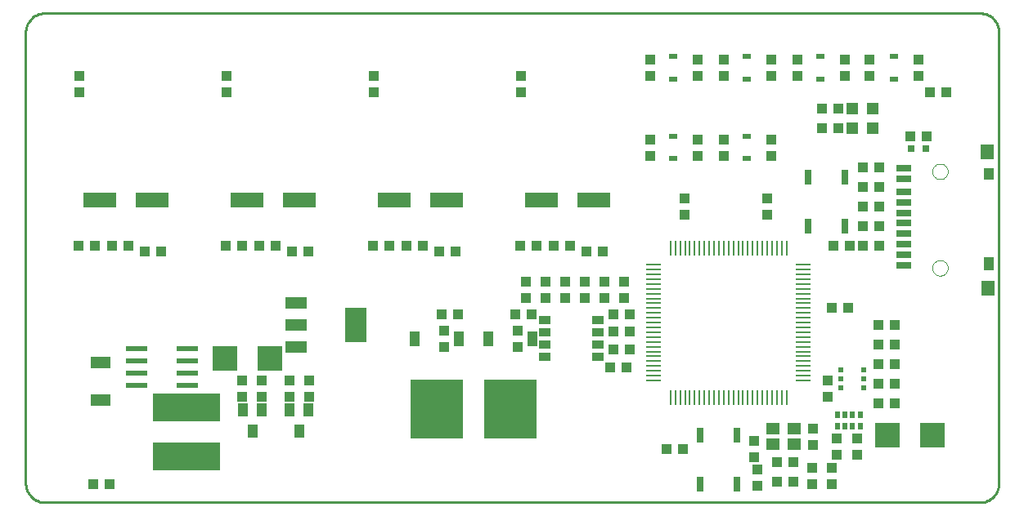
<source format=gtp>
G75*
G70*
%OFA0B0*%
%FSLAX24Y24*%
%IPPOS*%
%LPD*%
%AMOC8*
5,1,8,0,0,1.08239X$1,22.5*
%
%ADD10C,0.0100*%
%ADD11R,0.0106X0.0591*%
%ADD12R,0.0591X0.0106*%
%ADD13R,0.0551X0.0472*%
%ADD14R,0.0433X0.0394*%
%ADD15R,0.0394X0.0433*%
%ADD16R,0.0300X0.0600*%
%ADD17R,0.0197X0.0197*%
%ADD18R,0.0327X0.0248*%
%ADD19R,0.0472X0.0472*%
%ADD20R,0.1000X0.1000*%
%ADD21R,0.0315X0.0315*%
%ADD22R,0.0531X0.0591*%
%ADD23R,0.0394X0.0551*%
%ADD24R,0.0394X0.0512*%
%ADD25R,0.0591X0.0295*%
%ADD26C,0.0000*%
%ADD27R,0.1378X0.0630*%
%ADD28R,0.2126X0.2441*%
%ADD29R,0.0394X0.0630*%
%ADD30R,0.0880X0.0480*%
%ADD31R,0.0866X0.1417*%
%ADD32R,0.0197X0.0256*%
%ADD33R,0.2756X0.1122*%
%ADD34R,0.0870X0.0240*%
%ADD35R,0.0827X0.0500*%
%ADD36R,0.0450X0.0360*%
D10*
X002785Y001429D02*
X002785Y019835D01*
X002787Y019889D01*
X002792Y019942D01*
X002801Y019995D01*
X002814Y020047D01*
X002830Y020099D01*
X002850Y020149D01*
X002873Y020197D01*
X002900Y020244D01*
X002929Y020289D01*
X002962Y020332D01*
X002997Y020372D01*
X003035Y020410D01*
X003075Y020445D01*
X003118Y020478D01*
X003163Y020507D01*
X003210Y020534D01*
X003258Y020557D01*
X003308Y020577D01*
X003360Y020593D01*
X003412Y020606D01*
X003465Y020615D01*
X003518Y020620D01*
X003572Y020622D01*
X041663Y020622D01*
X041717Y020620D01*
X041770Y020615D01*
X041823Y020606D01*
X041875Y020593D01*
X041927Y020577D01*
X041977Y020557D01*
X042025Y020534D01*
X042072Y020507D01*
X042117Y020478D01*
X042160Y020445D01*
X042200Y020410D01*
X042238Y020372D01*
X042273Y020332D01*
X042306Y020289D01*
X042335Y020244D01*
X042362Y020197D01*
X042385Y020149D01*
X042405Y020099D01*
X042421Y020047D01*
X042434Y019995D01*
X042443Y019942D01*
X042448Y019889D01*
X042450Y019835D01*
X042450Y001429D01*
X042448Y001375D01*
X042443Y001322D01*
X042434Y001269D01*
X042421Y001217D01*
X042405Y001165D01*
X042385Y001115D01*
X042362Y001067D01*
X042335Y001020D01*
X042306Y000975D01*
X042273Y000932D01*
X042238Y000892D01*
X042200Y000854D01*
X042160Y000819D01*
X042117Y000786D01*
X042072Y000757D01*
X042025Y000730D01*
X041977Y000707D01*
X041927Y000687D01*
X041875Y000671D01*
X041823Y000658D01*
X041770Y000649D01*
X041717Y000644D01*
X041663Y000642D01*
X003572Y000642D01*
X003518Y000644D01*
X003465Y000649D01*
X003412Y000658D01*
X003360Y000671D01*
X003308Y000687D01*
X003258Y000707D01*
X003210Y000730D01*
X003163Y000757D01*
X003118Y000786D01*
X003075Y000819D01*
X003035Y000854D01*
X002997Y000892D01*
X002962Y000932D01*
X002929Y000975D01*
X002900Y001020D01*
X002873Y001067D01*
X002850Y001115D01*
X002830Y001165D01*
X002814Y001217D01*
X002801Y001269D01*
X002792Y001322D01*
X002787Y001375D01*
X002785Y001429D01*
D11*
X029068Y004936D03*
X029265Y004936D03*
X029461Y004936D03*
X029658Y004936D03*
X029855Y004936D03*
X030052Y004936D03*
X030249Y004936D03*
X030446Y004936D03*
X030643Y004936D03*
X030839Y004936D03*
X031036Y004936D03*
X031233Y004936D03*
X031430Y004936D03*
X031627Y004936D03*
X031824Y004936D03*
X032021Y004936D03*
X032217Y004936D03*
X032414Y004936D03*
X032611Y004936D03*
X032808Y004936D03*
X033005Y004936D03*
X033202Y004936D03*
X033399Y004936D03*
X033595Y004936D03*
X033792Y004936D03*
X033792Y011038D03*
X033595Y011038D03*
X033399Y011038D03*
X033202Y011038D03*
X033005Y011038D03*
X032808Y011038D03*
X032611Y011038D03*
X032414Y011038D03*
X032217Y011038D03*
X032021Y011038D03*
X031824Y011038D03*
X031627Y011038D03*
X031430Y011038D03*
X031233Y011038D03*
X031036Y011038D03*
X030839Y011038D03*
X030643Y011038D03*
X030446Y011038D03*
X030249Y011038D03*
X030052Y011038D03*
X029855Y011038D03*
X029658Y011038D03*
X029461Y011038D03*
X029265Y011038D03*
X029068Y011038D03*
D12*
X028379Y010350D03*
X028379Y010153D03*
X028379Y009956D03*
X028379Y009759D03*
X028379Y009562D03*
X028379Y009365D03*
X028379Y009168D03*
X028379Y008972D03*
X028379Y008775D03*
X028379Y008578D03*
X028379Y008381D03*
X028379Y008184D03*
X028379Y007987D03*
X028379Y007790D03*
X028379Y007594D03*
X028379Y007397D03*
X028379Y007200D03*
X028379Y007003D03*
X028379Y006806D03*
X028379Y006609D03*
X028379Y006412D03*
X028379Y006216D03*
X028379Y006019D03*
X028379Y005822D03*
X028379Y005625D03*
X034481Y005625D03*
X034481Y005822D03*
X034481Y006019D03*
X034481Y006216D03*
X034481Y006412D03*
X034481Y006609D03*
X034481Y006806D03*
X034481Y007003D03*
X034481Y007200D03*
X034481Y007397D03*
X034481Y007594D03*
X034481Y007790D03*
X034481Y007987D03*
X034481Y008184D03*
X034481Y008381D03*
X034481Y008578D03*
X034481Y008775D03*
X034481Y008972D03*
X034481Y009168D03*
X034481Y009365D03*
X034481Y009562D03*
X034481Y009759D03*
X034481Y009956D03*
X034481Y010153D03*
X034481Y010350D03*
D13*
X034113Y003652D03*
X033247Y003652D03*
X033247Y003022D03*
X034113Y003022D03*
D14*
X034065Y002287D03*
X033395Y002287D03*
X033395Y001487D03*
X034065Y001487D03*
X037545Y005487D03*
X038215Y005487D03*
X038215Y007887D03*
X037545Y007887D03*
X036315Y008587D03*
X035645Y008587D03*
X036895Y011937D03*
X037565Y011937D03*
X037565Y012737D03*
X036895Y012737D03*
X031230Y014803D03*
X031230Y015472D03*
X028230Y015472D03*
X028230Y014803D03*
X028230Y018053D03*
X028230Y018722D03*
X031230Y018722D03*
X031230Y018053D03*
X034230Y018053D03*
X034230Y018722D03*
X037180Y018722D03*
X037180Y018053D03*
X023615Y011137D03*
X022945Y011137D03*
X023180Y009672D03*
X023980Y009672D03*
X024780Y009672D03*
X025580Y009672D03*
X026380Y009672D03*
X027180Y009672D03*
X027180Y009003D03*
X026380Y009003D03*
X025580Y009003D03*
X024780Y009003D03*
X023980Y009003D03*
X023180Y009003D03*
X022830Y007672D03*
X022830Y007003D03*
X019830Y007003D03*
X019830Y007672D03*
X014330Y005622D03*
X013530Y005622D03*
X013530Y004953D03*
X014330Y004953D03*
X012405Y004953D03*
X011605Y004953D03*
X011605Y005622D03*
X012405Y005622D03*
X006215Y001387D03*
X005545Y001387D03*
X005615Y011137D03*
X004945Y011137D03*
X010945Y011137D03*
X011615Y011137D03*
X016945Y011137D03*
X017615Y011137D03*
X026745Y008307D03*
X027415Y008307D03*
X027265Y006167D03*
X026595Y006167D03*
D15*
X026745Y006887D03*
X027415Y006887D03*
X027415Y007607D03*
X026745Y007607D03*
X023415Y008337D03*
X022745Y008337D03*
X020415Y008337D03*
X019745Y008337D03*
X019645Y010887D03*
X020315Y010887D03*
X018965Y011137D03*
X018295Y011137D03*
X014315Y010887D03*
X013645Y010887D03*
X012965Y011137D03*
X012295Y011137D03*
X008315Y010887D03*
X007645Y010887D03*
X006965Y011137D03*
X006295Y011137D03*
X004980Y017403D03*
X004980Y018072D03*
X010980Y018072D03*
X010980Y017403D03*
X016980Y017403D03*
X016980Y018072D03*
X022980Y018072D03*
X022980Y017403D03*
X030180Y018053D03*
X030180Y018722D03*
X033180Y018722D03*
X033180Y018053D03*
X035245Y016737D03*
X035915Y016737D03*
X035915Y015937D03*
X035245Y015937D03*
X033180Y015472D03*
X033180Y014803D03*
X030180Y014803D03*
X030180Y015472D03*
X029655Y013072D03*
X029655Y012403D03*
X026315Y010887D03*
X025645Y010887D03*
X024965Y011137D03*
X024295Y011137D03*
X033005Y012403D03*
X033005Y013072D03*
X036895Y013537D03*
X037565Y013537D03*
X037565Y014337D03*
X036895Y014337D03*
X038845Y015587D03*
X039515Y015587D03*
X039645Y017387D03*
X040315Y017387D03*
X039180Y018053D03*
X039180Y018722D03*
X036180Y018722D03*
X036180Y018053D03*
X036365Y011137D03*
X036895Y011137D03*
X037565Y011137D03*
X035695Y011137D03*
X037545Y007087D03*
X038215Y007087D03*
X038215Y006287D03*
X037545Y006287D03*
X035480Y005622D03*
X035480Y004953D03*
X037545Y004687D03*
X038215Y004687D03*
X036680Y003272D03*
X035830Y003272D03*
X034880Y003003D03*
X035830Y002603D03*
X036680Y002603D03*
X035630Y002072D03*
X034830Y002072D03*
X034830Y001403D03*
X035630Y001403D03*
X032605Y001328D03*
X032605Y001997D03*
X032480Y002503D03*
X032480Y003172D03*
X034880Y003672D03*
X029565Y002837D03*
X028895Y002837D03*
D16*
X030280Y003387D03*
X031780Y003387D03*
X031780Y001387D03*
X030280Y001387D03*
X034680Y011937D03*
X036180Y011937D03*
X036180Y013937D03*
X034680Y013937D03*
D17*
X036008Y006061D03*
X036008Y005687D03*
X036008Y005313D03*
X036952Y005313D03*
X036952Y005687D03*
X036952Y006061D03*
D18*
X032180Y014685D03*
X032180Y015590D03*
X029180Y015590D03*
X029180Y014685D03*
X029180Y017935D03*
X029180Y018840D03*
X032180Y018840D03*
X032180Y017935D03*
X035180Y017935D03*
X035180Y018840D03*
X038180Y018840D03*
X038180Y017935D03*
D19*
X037293Y016737D03*
X036467Y016737D03*
X036467Y015937D03*
X037293Y015937D03*
D20*
X012755Y006537D03*
X010905Y006537D03*
X037905Y003387D03*
X039755Y003387D03*
D21*
X039475Y015087D03*
X038885Y015087D03*
D22*
X041983Y014973D03*
X042002Y009402D03*
D23*
X042042Y010396D03*
X014304Y004420D03*
X013556Y004420D03*
X012404Y004420D03*
X011656Y004420D03*
X012030Y003554D03*
X013930Y003554D03*
D24*
X042042Y014067D03*
D25*
X038587Y013851D03*
X038587Y014284D03*
X038587Y013339D03*
X038587Y012906D03*
X038587Y012473D03*
X038587Y012040D03*
X038587Y011607D03*
X038587Y011174D03*
X038587Y010740D03*
X038587Y010307D03*
D26*
X039739Y010219D02*
X039741Y010254D01*
X039747Y010289D01*
X039757Y010323D01*
X039770Y010356D01*
X039787Y010387D01*
X039808Y010415D01*
X039831Y010442D01*
X039858Y010465D01*
X039886Y010486D01*
X039917Y010503D01*
X039950Y010516D01*
X039984Y010526D01*
X040019Y010532D01*
X040054Y010534D01*
X040089Y010532D01*
X040124Y010526D01*
X040158Y010516D01*
X040191Y010503D01*
X040222Y010486D01*
X040250Y010465D01*
X040277Y010442D01*
X040300Y010415D01*
X040321Y010387D01*
X040338Y010356D01*
X040351Y010323D01*
X040361Y010289D01*
X040367Y010254D01*
X040369Y010219D01*
X040367Y010184D01*
X040361Y010149D01*
X040351Y010115D01*
X040338Y010082D01*
X040321Y010051D01*
X040300Y010023D01*
X040277Y009996D01*
X040250Y009973D01*
X040222Y009952D01*
X040191Y009935D01*
X040158Y009922D01*
X040124Y009912D01*
X040089Y009906D01*
X040054Y009904D01*
X040019Y009906D01*
X039984Y009912D01*
X039950Y009922D01*
X039917Y009935D01*
X039886Y009952D01*
X039858Y009973D01*
X039831Y009996D01*
X039808Y010023D01*
X039787Y010051D01*
X039770Y010082D01*
X039757Y010115D01*
X039747Y010149D01*
X039741Y010184D01*
X039739Y010219D01*
X039739Y014156D02*
X039741Y014191D01*
X039747Y014226D01*
X039757Y014260D01*
X039770Y014293D01*
X039787Y014324D01*
X039808Y014352D01*
X039831Y014379D01*
X039858Y014402D01*
X039886Y014423D01*
X039917Y014440D01*
X039950Y014453D01*
X039984Y014463D01*
X040019Y014469D01*
X040054Y014471D01*
X040089Y014469D01*
X040124Y014463D01*
X040158Y014453D01*
X040191Y014440D01*
X040222Y014423D01*
X040250Y014402D01*
X040277Y014379D01*
X040300Y014352D01*
X040321Y014324D01*
X040338Y014293D01*
X040351Y014260D01*
X040361Y014226D01*
X040367Y014191D01*
X040369Y014156D01*
X040367Y014121D01*
X040361Y014086D01*
X040351Y014052D01*
X040338Y014019D01*
X040321Y013988D01*
X040300Y013960D01*
X040277Y013933D01*
X040250Y013910D01*
X040222Y013889D01*
X040191Y013872D01*
X040158Y013859D01*
X040124Y013849D01*
X040089Y013843D01*
X040054Y013841D01*
X040019Y013843D01*
X039984Y013849D01*
X039950Y013859D01*
X039917Y013872D01*
X039886Y013889D01*
X039858Y013910D01*
X039831Y013933D01*
X039808Y013960D01*
X039787Y013988D01*
X039770Y014019D01*
X039757Y014052D01*
X039747Y014086D01*
X039741Y014121D01*
X039739Y014156D01*
D27*
X025943Y012987D03*
X023817Y012987D03*
X019943Y012987D03*
X017817Y012987D03*
X013943Y012987D03*
X011817Y012987D03*
X007943Y012987D03*
X005817Y012987D03*
D28*
X019530Y004453D03*
X022530Y004453D03*
D29*
X021632Y007327D03*
X020428Y007327D03*
X018632Y007327D03*
X023428Y007327D03*
D30*
X013810Y006977D03*
X013810Y007887D03*
X013810Y008797D03*
D31*
X016250Y007887D03*
D32*
X035858Y004233D03*
X036173Y004233D03*
X036487Y004233D03*
X036802Y004233D03*
X036802Y003741D03*
X036487Y003741D03*
X036173Y003741D03*
X035858Y003741D03*
D33*
X009330Y004537D03*
X009330Y002537D03*
D34*
X009360Y005437D03*
X009360Y005937D03*
X009360Y006437D03*
X009360Y006937D03*
X007300Y006937D03*
X007300Y006437D03*
X007300Y005937D03*
X007300Y005437D03*
D35*
X005830Y004808D03*
X005830Y006367D03*
D36*
X023955Y006587D03*
X023955Y007087D03*
X023955Y007587D03*
X023955Y008087D03*
X026105Y008087D03*
X026105Y007587D03*
X026105Y007087D03*
X026105Y006587D03*
M02*

</source>
